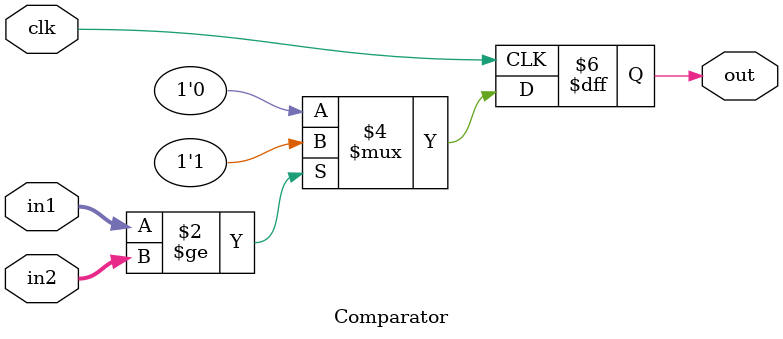
<source format=v>

module Comparator
(
	input clk,
	input  [7:0] in1,
	input  [7:0] in2,
	output reg out // in1>=in2 -> 1, in1<in2 -> 0
);
	/*
	wire [7:0] diff;
	
	assign diff = in1 - in2;
	assign out = ~diff[7];
	*/
	
	always @ (posedge clk) begin
		if(in1 >= in2) begin
			out <= 1'b1;
		end else begin
			out <= 1'b0;
		end
	end

endmodule
</source>
